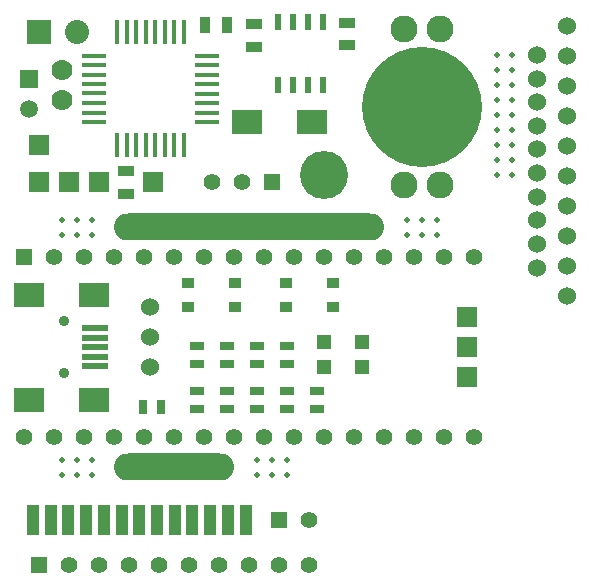
<source format=gts>
%FSLAX34Y34*%
G04 Gerber Fmt 3.4, Leading zero omitted, Abs format*
G04 (created by PCBNEW (2014-02-26 BZR 4721)-product) date Wednesday, June 11, 2014 'pmt' 02:15:52 pm*
%MOIN*%
G01*
G70*
G90*
G04 APERTURE LIST*
%ADD10C,0.005906*%
%ADD11O,0.400000X0.090000*%
%ADD12O,0.900000X0.090000*%
%ADD13R,0.055000X0.055000*%
%ADD14C,0.055000*%
%ADD15C,0.060000*%
%ADD16R,0.043307X0.098425*%
%ADD17C,0.020000*%
%ADD18R,0.070000X0.070000*%
%ADD19R,0.059100X0.059100*%
%ADD20C,0.059100*%
%ADD21C,0.080000*%
%ADD22R,0.080000X0.080000*%
%ADD23C,0.070000*%
%ADD24R,0.098425X0.078740*%
%ADD25C,0.160000*%
%ADD26C,0.400000*%
%ADD27C,0.090000*%
%ADD28R,0.035000X0.055000*%
%ADD29R,0.055000X0.035000*%
%ADD30R,0.017700X0.078700*%
%ADD31R,0.078700X0.017700*%
%ADD32R,0.023600X0.055100*%
%ADD33R,0.090600X0.019700*%
%ADD34R,0.098400X0.078700*%
%ADD35C,0.035400*%
%ADD36R,0.041339X0.033465*%
%ADD37R,0.045000X0.025000*%
%ADD38R,0.025000X0.045000*%
%ADD39R,0.047200X0.047200*%
G04 APERTURE END LIST*
G54D10*
G54D11*
X68250Y-39000D03*
G54D12*
X70750Y-31000D03*
G54D13*
X63750Y-42250D03*
G54D14*
X64750Y-42250D03*
X65750Y-42250D03*
X66750Y-42250D03*
X67750Y-42250D03*
X68750Y-42250D03*
X69750Y-42250D03*
X70750Y-42250D03*
X71750Y-42250D03*
X72750Y-42250D03*
G54D15*
X81350Y-33300D03*
X81350Y-32300D03*
X81350Y-31300D03*
X81350Y-30300D03*
X81350Y-29300D03*
X81350Y-28300D03*
X81350Y-27300D03*
X81350Y-26300D03*
X81350Y-25300D03*
X81350Y-24300D03*
X80350Y-32343D03*
X80350Y-31555D03*
X80350Y-30768D03*
X80350Y-29981D03*
X80350Y-29193D03*
X80350Y-28406D03*
X80350Y-27618D03*
X80350Y-26831D03*
X80350Y-26044D03*
X80350Y-25256D03*
G54D16*
X63541Y-40750D03*
X64131Y-40750D03*
X64722Y-40750D03*
X65312Y-40750D03*
X65903Y-40750D03*
X66494Y-40750D03*
X67084Y-40750D03*
X67675Y-40750D03*
X68265Y-40750D03*
X68856Y-40750D03*
X69446Y-40750D03*
X70037Y-40750D03*
X70627Y-40750D03*
G54D13*
X71750Y-40750D03*
G54D14*
X72750Y-40750D03*
G54D17*
X64500Y-30750D03*
X65000Y-30750D03*
X65500Y-30750D03*
X64500Y-31250D03*
X65000Y-31250D03*
X65500Y-31250D03*
X76000Y-30750D03*
X76500Y-30750D03*
X77000Y-30750D03*
X76000Y-31250D03*
X76500Y-31250D03*
X77000Y-31250D03*
X79500Y-26250D03*
X79500Y-25750D03*
X79500Y-25250D03*
X79000Y-26250D03*
X79000Y-25750D03*
X79000Y-25250D03*
X79500Y-29250D03*
X79500Y-28750D03*
X79500Y-28250D03*
X79000Y-29250D03*
X79000Y-28750D03*
X79000Y-28250D03*
X64500Y-39250D03*
X65000Y-39250D03*
X65500Y-39250D03*
X64500Y-38750D03*
X65000Y-38750D03*
X65500Y-38750D03*
X71000Y-38750D03*
X71500Y-38750D03*
X72000Y-38750D03*
X71000Y-39250D03*
X71500Y-39250D03*
X72000Y-39250D03*
X79000Y-27750D03*
X79000Y-27250D03*
X79000Y-26750D03*
X79500Y-27750D03*
X79500Y-27250D03*
X79500Y-26750D03*
G54D18*
X67550Y-29500D03*
X67550Y-29500D03*
G54D19*
X63400Y-26050D03*
G54D20*
X63400Y-27050D03*
G54D21*
X65000Y-24500D03*
G54D22*
X63750Y-24500D03*
G54D18*
X63750Y-28250D03*
G54D23*
X64500Y-26750D03*
X64500Y-25750D03*
G54D24*
X70667Y-27500D03*
X72832Y-27500D03*
G54D13*
X71500Y-29500D03*
G54D14*
X70500Y-29500D03*
X69500Y-29500D03*
G54D25*
X73250Y-29250D03*
G54D26*
X76500Y-27000D03*
G54D27*
X75900Y-24400D03*
X77100Y-24400D03*
X75900Y-29600D03*
X77100Y-29600D03*
G54D28*
X70025Y-24250D03*
X69275Y-24250D03*
G54D29*
X74000Y-24175D03*
X74000Y-24925D03*
X70900Y-24225D03*
X70900Y-24975D03*
X66650Y-29875D03*
X66650Y-29125D03*
G54D30*
X66357Y-24504D03*
X66672Y-24504D03*
X66987Y-24504D03*
X67302Y-24504D03*
X67617Y-24504D03*
X67932Y-24504D03*
X68247Y-24504D03*
X68562Y-24504D03*
X68560Y-28270D03*
X66350Y-28270D03*
X66670Y-28270D03*
X66990Y-28270D03*
X67300Y-28270D03*
X67620Y-28270D03*
X67930Y-28270D03*
X68250Y-28270D03*
G54D31*
X69350Y-25288D03*
X69350Y-25602D03*
X69350Y-25918D03*
X69350Y-26232D03*
X69350Y-26548D03*
X69350Y-26862D03*
X69350Y-27178D03*
X69350Y-27492D03*
X65570Y-25290D03*
X65570Y-25600D03*
X65570Y-25920D03*
X65570Y-26230D03*
X65570Y-26540D03*
X65570Y-26860D03*
X65570Y-27180D03*
X65570Y-27500D03*
G54D32*
X71700Y-24150D03*
X71700Y-26250D03*
X72200Y-24150D03*
X72700Y-24150D03*
X73200Y-24150D03*
X72200Y-26250D03*
X72700Y-26250D03*
X73200Y-26250D03*
G54D18*
X63750Y-29500D03*
X64750Y-29500D03*
X65750Y-29500D03*
X63750Y-29500D03*
X64750Y-29500D03*
X65750Y-29500D03*
G54D14*
X71250Y-32000D03*
X72250Y-32000D03*
X73250Y-32000D03*
X74250Y-32000D03*
X75250Y-32000D03*
X76250Y-32000D03*
X77250Y-32000D03*
X78250Y-32000D03*
G54D13*
X63250Y-32000D03*
G54D14*
X64250Y-32000D03*
X65250Y-32000D03*
X66250Y-32000D03*
X67250Y-32000D03*
X68250Y-32000D03*
X69250Y-32000D03*
X70250Y-32000D03*
X70250Y-38000D03*
X69250Y-38000D03*
X68250Y-38000D03*
X67250Y-38000D03*
X66250Y-38000D03*
X65250Y-38000D03*
X64250Y-38000D03*
X63250Y-38000D03*
X78250Y-38000D03*
X77250Y-38000D03*
X76250Y-38000D03*
X75250Y-38000D03*
X74250Y-38000D03*
X73250Y-38000D03*
X72250Y-38000D03*
X71250Y-38000D03*
G54D33*
X65608Y-34370D03*
X65608Y-34685D03*
X65608Y-35000D03*
X65608Y-35315D03*
X65608Y-35630D03*
G54D34*
X65569Y-33248D03*
X63404Y-33248D03*
X65569Y-36752D03*
X63404Y-36752D03*
G54D35*
X64585Y-34134D03*
X64585Y-35866D03*
G54D15*
X67450Y-33650D03*
X67450Y-35650D03*
X67450Y-34650D03*
G54D18*
X78000Y-36000D03*
X78000Y-35000D03*
X78000Y-34000D03*
X78000Y-36000D03*
X78000Y-35000D03*
X78000Y-34000D03*
G54D36*
X71962Y-32856D03*
X73537Y-32856D03*
X71962Y-33643D03*
X73537Y-33643D03*
X68712Y-32856D03*
X70287Y-32856D03*
X68712Y-33643D03*
X70287Y-33643D03*
G54D37*
X71000Y-35550D03*
X71000Y-34950D03*
X69000Y-34950D03*
X69000Y-35550D03*
X69000Y-37050D03*
X69000Y-36450D03*
G54D38*
X67800Y-37000D03*
X67200Y-37000D03*
G54D37*
X70000Y-36450D03*
X70000Y-37050D03*
X70000Y-34950D03*
X70000Y-35550D03*
X72000Y-34950D03*
X72000Y-35550D03*
X71000Y-37050D03*
X71000Y-36450D03*
X72000Y-37050D03*
X72000Y-36450D03*
X73000Y-36450D03*
X73000Y-37050D03*
G54D39*
X73250Y-34837D03*
X73250Y-35663D03*
X74500Y-34837D03*
X74500Y-35663D03*
M02*

</source>
